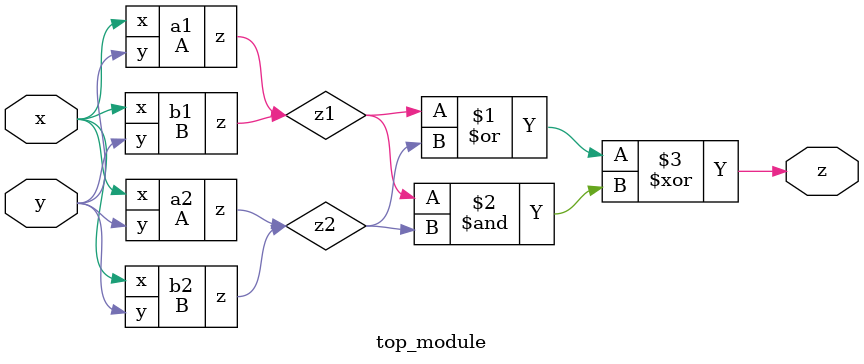
<source format=sv>
module A (
    input x,
    input y,
    output z
);
assign z = (x ^ y) & x;
endmodule
module B (
    input x,
    input y,
    output z
);
reg z;
always @(*) begin
    case ({x, y})
        2'b00: z = 1'b1;
        2'b01: z = 1'b0;
        2'b10: z = 1'b0;
        2'b11: z = 1'b1;
    endcase
end
endmodule
module top_module(
    input x,
    input y,
    output z
);

wire z1, z2;

// First pair of A and B submodules
A a1 (
    .x(x),
    .y(y),
    .z(z1)
);
B b1 (
    .x(x),
    .y(y),
    .z(z1)
);

// Second pair of A and B submodules
A a2 (
    .x(x),
    .y(y),
    .z(z2)
);
B b2 (
    .x(x),
    .y(y),
    .z(z2)
);

// Combine the outputs of the submodules
assign z = (z1 | z2) ^ (z1 & z2);

endmodule

</source>
